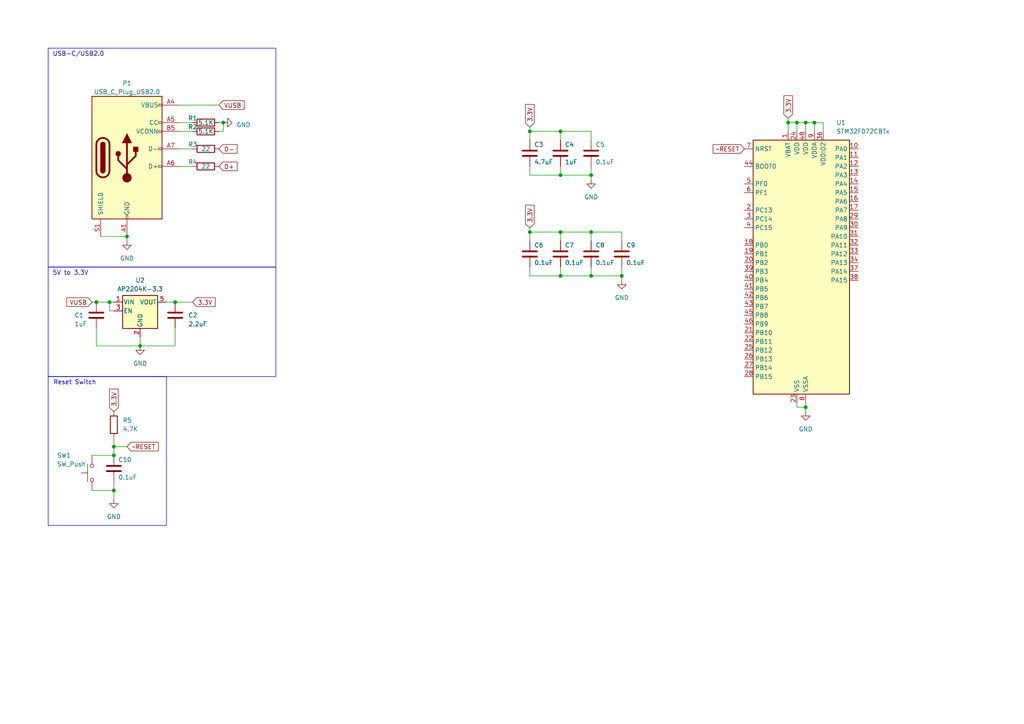
<source format=kicad_sch>
(kicad_sch (version 20230121) (generator eeschema)
  (paper "A4")
  (lib_symbols
    (symbol "Connector:USB_C_Plug_USB2.0" (pin_names (offset 1.016))
      (property "Reference" "P" (at -10.16 19.05 0))
      (property "Value" "USB_C_Plug_USB2.0" (at 12.7 19.05 0))
      (symbol "USB_C_Plug_USB2.0_0_0"
        (rectangle (start -0.254 -17.78) (end 0.254 -16.764))
        (rectangle (start 10.16 -2.286) (end 9.144 -2.794))
        (rectangle (start 10.16 2.794) (end 9.144 2.286))
        (rectangle (start 10.16 7.874) (end 9.144 7.366))
        (rectangle (start 10.16 10.414) (end 9.144 9.906))
        (rectangle (start 10.16 15.494) (end 9.144 14.986))
      )
      (symbol "USB_C_Plug_USB2.0_0_1"
        (rectangle (start -10.16 17.78) (end 10.16 -17.78) (stroke (width 0.254)) (fill (type background)))
        (arc (start -8.89 -3.81) (mid -6.985 -5.7067) (end -5.08 -3.81) (stroke (width 0.508)))
        (arc (start -7.62 -3.81) (mid -6.985 -4.4423) (end -6.35 -3.81) (stroke (width 0.254)))
        (arc (start -7.62 -3.81) (mid -6.985 -4.4423) (end -6.35 -3.81) (stroke (width 0.254)) (fill (type outline)))
        (rectangle (start -7.62 -3.81) (end -6.35 3.81) (stroke (width 0.254)) (fill (type outline)))
        (arc (start -6.35 3.81) (mid -6.985 4.4423) (end -7.62 3.81) (stroke (width 0.254)))
        (arc (start -6.35 3.81) (mid -6.985 4.4423) (end -7.62 3.81) (stroke (width 0.254)) (fill (type outline)))
        (arc (start -5.08 3.81) (mid -6.985 5.7067) (end -8.89 3.81) (stroke (width 0.508)))
        (circle (center -2.54 1.143) (radius 0.635) (stroke (width 0.254)) (fill (type outline)))
        (circle (center 0 -5.842) (radius 1.27) (fill (type outline)))
        (polyline (pts (xy -8.89 -3.81) (xy -8.89 3.81)) (stroke (width 0.508)))
        (polyline (pts (xy -5.08 3.81) (xy -5.08 -3.81)) (stroke (width 0.508)))
        (polyline (pts (xy 0 -5.842) (xy 0 4.318)) (stroke (width 0.508)))
        (polyline (pts (xy 0 -3.302) (xy -2.54 -0.762) (xy -2.54 0.508)) (stroke (width 0.508)))
        (polyline (pts (xy 0 -2.032) (xy 2.54 0.508) (xy 2.54 1.778)) (stroke (width 0.508)))
        (polyline (pts (xy -1.27 4.318) (xy 0 6.858) (xy 1.27 4.318) (xy -1.27 4.318)) (stroke (width 0.254)) (fill (type outline)))
        (rectangle (start 1.905 1.778) (end 3.175 3.048) (stroke (width 0.254)) (fill (type outline)))
      )
      (symbol "USB_C_Plug_USB2.0_1_1"
        (pin passive line (at 0 -22.86 90) (length 5.08) (name "GND") (number "A1"))
        (pin passive line (at 0 -22.86 90) (length 5.08) hide (name "GND") (number "A12"))
        (pin passive line (at 15.24 15.24 180) (length 5.08) (name "VBUS") (number "A4"))
        (pin bidirectional line (at 15.24 10.16 180) (length 5.08) (name "CC") (number "A5"))
        (pin bidirectional line (at 15.24 -2.54 180) (length 5.08) (name "D+") (number "A6"))
        (pin bidirectional line (at 15.24 2.54 180) (length 5.08) (name "D-") (number "A7"))
        (pin passive line (at 15.24 15.24 180) (length 5.08) hide (name "VBUS") (number "A9"))
        (pin passive line (at 0 -22.86 90) (length 5.08) hide (name "GND") (number "B1"))
        (pin passive line (at 0 -22.86 90) (length 5.08) hide (name "GND") (number "B12"))
        (pin passive line (at 15.24 15.24 180) (length 5.08) hide (name "VBUS") (number "B4"))
        (pin bidirectional line (at 15.24 7.62 180) (length 5.08) (name "VCONN") (number "B5"))
        (pin passive line (at 15.24 15.24 180) (length 5.08) hide (name "VBUS") (number "B9"))
        (pin passive line (at -7.62 -22.86 90) (length 5.08) (name "SHIELD") (number "S1"))
      )
    )
    (symbol "Device:C" (pin_numbers hide) (pin_names (offset 0.254))
      (property "Reference" "C" (at 0.635 2.54 0))
      (property "Value" "C" (at 0.635 -2.54 0))
      (symbol "C_0_1"
        (polyline (pts (xy -2.032 -0.762) (xy 2.032 -0.762)) (stroke (width 0.508)))
        (polyline (pts (xy -2.032 0.762) (xy 2.032 0.762)) (stroke (width 0.508)))
      )
      (symbol "C_1_1"
        (pin passive line (at 0 3.81 270) (length 2.794) (name "~") (number "1"))
        (pin passive line (at 0 -3.81 90) (length 2.794) (name "~") (number "2"))
      )
    )
    (symbol "Device:R" (pin_numbers hide) (pin_names (offset 0))
      (property "Reference" "R" (at 2.032 0 90))
      (property "Value" "R" (at 0 0 90))
      (symbol "R_0_1"
        (rectangle (start -1.016 -2.54) (end 1.016 2.54) (stroke (width 0.254)))
      )
      (symbol "R_1_1"
        (pin passive line (at 0 3.81 270) (length 1.27) (name "~") (number "1"))
        (pin passive line (at 0 -3.81 90) (length 1.27) (name "~") (number "2"))
      )
    )
    (symbol "MCU_ST_STM32F0:STM32F072CBTx"
      (property "Reference" "U" (at -12.7 39.37 0))
      (property "Value" "STM32F072CBTx" (at 10.16 39.37 0))
      (symbol "STM32F072CBTx_0_1"
        (rectangle (start -12.7 -35.56) (end 15.24 38.1) (stroke (width 0.254)) (fill (type background)))
      )
      (symbol "STM32F072CBTx_1_1"
        (pin power_in line (at -2.54 40.64 270) (length 2.54) (name "VBAT") (number "1"))
        (pin bidirectional line (at 17.78 35.56 180) (length 2.54) (name "PA0") (number "10"))
        (pin bidirectional line (at 17.78 33.02 180) (length 2.54) (name "PA1") (number "11"))
        (pin bidirectional line (at 17.78 30.48 180) (length 2.54) (name "PA2") (number "12"))
        (pin bidirectional line (at 17.78 27.94 180) (length 2.54) (name "PA3") (number "13"))
        (pin bidirectional line (at 17.78 25.4 180) (length 2.54) (name "PA4") (number "14"))
        (pin bidirectional line (at 17.78 22.86 180) (length 2.54) (name "PA5") (number "15"))
        (pin bidirectional line (at 17.78 20.32 180) (length 2.54) (name "PA6") (number "16"))
        (pin bidirectional line (at 17.78 17.78 180) (length 2.54) (name "PA7") (number "17"))
        (pin bidirectional line (at -15.24 7.62 0) (length 2.54) (name "PB0") (number "18"))
        (pin bidirectional line (at -15.24 5.08 0) (length 2.54) (name "PB1") (number "19"))
        (pin bidirectional line (at -15.24 17.78 0) (length 2.54) (name "PC13") (number "2"))
        (pin bidirectional line (at -15.24 2.54 0) (length 2.54) (name "PB2") (number "20"))
        (pin bidirectional line (at -15.24 -17.78 0) (length 2.54) (name "PB10") (number "21"))
        (pin bidirectional line (at -15.24 -20.32 0) (length 2.54) (name "PB11") (number "22"))
        (pin power_in line (at 0 -38.1 90) (length 2.54) (name "VSS") (number "23"))
        (pin power_in line (at 0 40.64 270) (length 2.54) (name "VDD") (number "24"))
        (pin bidirectional line (at -15.24 -22.86 0) (length 2.54) (name "PB12") (number "25"))
        (pin bidirectional line (at -15.24 -25.4 0) (length 2.54) (name "PB13") (number "26"))
        (pin bidirectional line (at -15.24 -27.94 0) (length 2.54) (name "PB14") (number "27"))
        (pin bidirectional line (at -15.24 -30.48 0) (length 2.54) (name "PB15") (number "28"))
        (pin bidirectional line (at 17.78 15.24 180) (length 2.54) (name "PA8") (number "29"))
        (pin bidirectional line (at -15.24 15.24 0) (length 2.54) (name "PC14") (number "3"))
        (pin bidirectional line (at 17.78 12.7 180) (length 2.54) (name "PA9") (number "30"))
        (pin bidirectional line (at 17.78 10.16 180) (length 2.54) (name "PA10") (number "31"))
        (pin bidirectional line (at 17.78 7.62 180) (length 2.54) (name "PA11") (number "32"))
        (pin bidirectional line (at 17.78 5.08 180) (length 2.54) (name "PA12") (number "33"))
        (pin bidirectional line (at 17.78 2.54 180) (length 2.54) (name "PA13") (number "34"))
        (pin passive line (at 0 -38.1 90) (length 2.54) hide (name "VSS") (number "35"))
        (pin power_in line (at 7.62 40.64 270) (length 2.54) (name "VDDIO2") (number "36"))
        (pin bidirectional line (at 17.78 0 180) (length 2.54) (name "PA14") (number "37"))
        (pin bidirectional line (at 17.78 -2.54 180) (length 2.54) (name "PA15") (number "38"))
        (pin bidirectional line (at -15.24 0 0) (length 2.54) (name "PB3") (number "39"))
        (pin bidirectional line (at -15.24 12.7 0) (length 2.54) (name "PC15") (number "4"))
        (pin bidirectional line (at -15.24 -2.54 0) (length 2.54) (name "PB4") (number "40"))
        (pin bidirectional line (at -15.24 -5.08 0) (length 2.54) (name "PB5") (number "41"))
        (pin bidirectional line (at -15.24 -7.62 0) (length 2.54) (name "PB6") (number "42"))
        (pin bidirectional line (at -15.24 -10.16 0) (length 2.54) (name "PB7") (number "43"))
        (pin input line (at -15.24 30.48 0) (length 2.54) (name "BOOT0") (number "44"))
        (pin bidirectional line (at -15.24 -12.7 0) (length 2.54) (name "PB8") (number "45"))
        (pin bidirectional line (at -15.24 -15.24 0) (length 2.54) (name "PB9") (number "46"))
        (pin passive line (at 0 -38.1 90) (length 2.54) hide (name "VSS") (number "47"))
        (pin power_in line (at 2.54 40.64 270) (length 2.54) (name "VDD") (number "48"))
        (pin bidirectional line (at -15.24 25.4 0) (length 2.54) (name "PF0") (number "5"))
        (pin bidirectional line (at -15.24 22.86 0) (length 2.54) (name "PF1") (number "6"))
        (pin input line (at -15.24 35.56 0) (length 2.54) (name "NRST") (number "7"))
        (pin power_in line (at 2.54 -38.1 90) (length 2.54) (name "VSSA") (number "8"))
        (pin power_in line (at 5.08 40.64 270) (length 2.54) (name "VDDA") (number "9"))
      )
    )
    (symbol "Regulator_Linear:AP2204K-3.3" (pin_names (offset 0.254))
      (property "Reference" "U" (at -5.08 5.715 0))
      (property "Value" "AP2204K-3.3" (at 0 5.715 0))
      (symbol "AP2204K-3.3_0_1"
        (rectangle (start -5.08 4.445) (end 5.08 -5.08) (stroke (width 0.254)) (fill (type background)))
      )
      (symbol "AP2204K-3.3_1_1"
        (pin power_in line (at -7.62 2.54 0) (length 2.54) (name "VIN") (number "1"))
        (pin power_in line (at 0 -7.62 90) (length 2.54) (name "GND") (number "2"))
        (pin input line (at -7.62 0 0) (length 2.54) (name "EN") (number "3"))
        (pin no_connect line (at 5.08 0 180) (length 2.54) hide (name "NC") (number "4"))
        (pin power_out line (at 7.62 2.54 180) (length 2.54) (name "VOUT") (number "5"))
      )
    )
    (symbol "Switch:SW_Push" (pin_numbers hide) (pin_names (offset 1.016) hide)
      (property "Reference" "SW" (at 1.27 2.54 0))
      (property "Value" "SW_Push" (at 0 -1.524 0))
      (symbol "SW_Push_0_1"
        (circle (center -2.032 0) (radius 0.508))
        (polyline (pts (xy 0 1.27) (xy 0 3.048)))
        (polyline (pts (xy 2.54 1.27) (xy -2.54 1.27)))
        (circle (center 2.032 0) (radius 0.508))
        (pin passive line (at -5.08 0 0) (length 2.54) (name "1") (number "1"))
        (pin passive line (at 5.08 0 180) (length 2.54) (name "2") (number "2"))
      )
    )
    (symbol "power:GND" (power) (pin_names (offset 0))
      (property "Value" "GND" (at 0 -3.81 0))
      (symbol "GND_0_1"
        (polyline (pts (xy 0 0) (xy 0 -1.27) (xy 1.27 -1.27) (xy 0 -2.54) (xy -1.27 -1.27) (xy 0 -1.27)))
      )
      (symbol "GND_1_1"
        (pin power_in line (at 0 0 270) (length 0) hide (name "GND") (number "1"))
      )
    )
  )
  (junction (at 33.02 142.24))
  (junction (at 233.68 35.56))
  (junction (at 27.94 87.63))
  (junction (at 236.22 35.56))
  (junction (at 228.6 35.56))
  (junction (at 162.56 50.8))
  (junction (at 36.83 68.58))
  (junction (at 153.67 67.31))
  (junction (at 153.67 38.1))
  (junction (at 231.14 35.56))
  (junction (at 162.56 67.31))
  (junction (at 33.02 129.54))
  (junction (at 50.8 87.63))
  (junction (at 64.77 35.56))
  (junction (at 40.64 100.33))
  (junction (at 171.45 80.01))
  (junction (at 31.75 87.63))
  (junction (at 233.68 118.11))
  (junction (at 180.34 80.01))
  (junction (at 171.45 50.8))
  (junction (at 162.56 38.1))
  (junction (at 33.02 132.08))
  (junction (at 162.56 80.01))
  (junction (at 171.45 67.31))
  (wire (pts (xy 233.68 35.56) (xy 236.22 35.56)))
  (wire (pts (xy 171.45 80.01) (xy 180.34 80.01)))
  (wire (pts (xy 36.83 68.58) (xy 36.83 69.85)))
  (wire (pts (xy 31.75 90.17) (xy 31.75 87.63)))
  (wire (pts (xy 55.88 48.26) (xy 52.07 48.26)))
  (wire (pts (xy 31.75 87.63) (xy 33.02 87.63)))
  (wire (pts (xy 55.88 43.18) (xy 52.07 43.18)))
  (wire (pts (xy 171.45 50.8) (xy 171.45 52.07)))
  (wire (pts (xy 153.67 67.31) (xy 153.67 69.85)))
  (wire (pts (xy 40.64 100.33) (xy 40.64 97.79)))
  (wire (pts (xy 40.64 100.33) (xy 50.8 100.33)))
  (wire (pts (xy 180.34 77.47) (xy 180.34 80.01)))
  (wire (pts (xy 180.34 80.01) (xy 180.34 81.28)))
  (wire (pts (xy 153.67 77.47) (xy 153.67 80.01)))
  (wire (pts (xy 64.77 35.56) (xy 63.5 35.56)))
  (wire (pts (xy 153.67 66.04) (xy 153.67 67.31)))
  (wire (pts (xy 162.56 69.85) (xy 162.56 67.31)))
  (wire (pts (xy 162.56 40.64) (xy 162.56 38.1)))
  (wire (pts (xy 236.22 35.56) (xy 236.22 38.1)))
  (wire (pts (xy 26.67 132.08) (xy 33.02 132.08)))
  (wire (pts (xy 29.21 68.58) (xy 36.83 68.58)))
  (wire (pts (xy 233.68 116.84) (xy 233.68 118.11)))
  (wire (pts (xy 153.67 36.83) (xy 153.67 38.1)))
  (wire (pts (xy 63.5 38.1) (xy 64.77 38.1)))
  (wire (pts (xy 26.67 142.24) (xy 33.02 142.24)))
  (wire (pts (xy 64.77 38.1) (xy 64.77 35.56)))
  (wire (pts (xy 233.68 35.56) (xy 233.68 38.1)))
  (wire (pts (xy 33.02 90.17) (xy 31.75 90.17)))
  (wire (pts (xy 55.88 35.56) (xy 52.07 35.56)))
  (wire (pts (xy 162.56 38.1) (xy 171.45 38.1)))
  (wire (pts (xy 162.56 50.8) (xy 171.45 50.8)))
  (wire (pts (xy 26.67 87.63) (xy 27.94 87.63)))
  (wire (pts (xy 55.88 38.1) (xy 52.07 38.1)))
  (wire (pts (xy 50.8 87.63) (xy 55.88 87.63)))
  (wire (pts (xy 50.8 100.33) (xy 50.8 95.25)))
  (wire (pts (xy 171.45 48.26) (xy 171.45 50.8)))
  (wire (pts (xy 231.14 118.11) (xy 233.68 118.11)))
  (wire (pts (xy 27.94 100.33) (xy 27.94 95.25)))
  (wire (pts (xy 231.14 116.84) (xy 231.14 118.11)))
  (wire (pts (xy 48.26 87.63) (xy 50.8 87.63)))
  (wire (pts (xy 171.45 77.47) (xy 171.45 80.01)))
  (wire (pts (xy 180.34 69.85) (xy 180.34 67.31)))
  (wire (pts (xy 33.02 142.24) (xy 33.02 144.78)))
  (wire (pts (xy 153.67 48.26) (xy 153.67 50.8)))
  (wire (pts (xy 162.56 80.01) (xy 162.56 77.47)))
  (wire (pts (xy 162.56 38.1) (xy 153.67 38.1)))
  (wire (pts (xy 162.56 67.31) (xy 171.45 67.31)))
  (wire (pts (xy 40.64 100.33) (xy 27.94 100.33)))
  (wire (pts (xy 231.14 35.56) (xy 233.68 35.56)))
  (wire (pts (xy 63.5 30.48) (xy 52.07 30.48)))
  (wire (pts (xy 238.76 35.56) (xy 238.76 38.1)))
  (wire (pts (xy 171.45 69.85) (xy 171.45 67.31)))
  (wire (pts (xy 228.6 34.29) (xy 228.6 35.56)))
  (wire (pts (xy 231.14 38.1) (xy 231.14 35.56)))
  (wire (pts (xy 231.14 35.56) (xy 228.6 35.56)))
  (wire (pts (xy 33.02 139.7) (xy 33.02 142.24)))
  (wire (pts (xy 33.02 129.54) (xy 33.02 132.08)))
  (wire (pts (xy 162.56 80.01) (xy 171.45 80.01)))
  (wire (pts (xy 153.67 80.01) (xy 162.56 80.01)))
  (wire (pts (xy 153.67 38.1) (xy 153.67 40.64)))
  (wire (pts (xy 153.67 50.8) (xy 162.56 50.8)))
  (wire (pts (xy 236.22 35.56) (xy 238.76 35.56)))
  (wire (pts (xy 33.02 127) (xy 33.02 129.54)))
  (wire (pts (xy 233.68 118.11) (xy 233.68 119.38)))
  (wire (pts (xy 36.83 129.54) (xy 33.02 129.54)))
  (wire (pts (xy 162.56 67.31) (xy 153.67 67.31)))
  (wire (pts (xy 27.94 87.63) (xy 31.75 87.63)))
  (wire (pts (xy 171.45 67.31) (xy 180.34 67.31)))
  (wire (pts (xy 162.56 50.8) (xy 162.56 48.26)))
  (wire (pts (xy 171.45 40.64) (xy 171.45 38.1)))
  (wire (pts (xy 228.6 35.56) (xy 228.6 38.1)))
  (rectangle (start 13.97 13.97) (end 80.01 77.47))
  (rectangle (start 13.97 77.47) (end 80.01 109.22))
  (rectangle (start 13.97 109.22) (end 48.26 152.4))
  (text "5V to 3.3V" (at 15.24 80.01 0) (effects (font (size 1.27 1.27)) (justify left bottom)))
  (text "USB-C/USB2.0" (at 15.24 16.51 0) (effects (font (size 1.27 1.27)) (justify left bottom)))
  (text "Reset Switch" (at 27.94 111.76 0) (effects (font (size 1.27 1.27)) (justify right bottom)))
  (global_label "VUSB" (shape input) (at 26.67 87.63 180) (property "Intersheetrefs" "${INTERSHEET_REFS}" (effects hide)))
  (global_label "~RESET" (shape input) (at 36.83 129.54 0) (property "Intersheetrefs" "${INTERSHEET_REFS}" (effects hide)))
  (global_label "3.3V" (shape input) (at 55.88 87.63 0) (property "Intersheetrefs" "${INTERSHEET_REFS}" (effects hide)))
  (global_label "3.3V" (shape input) (at 153.67 36.83 90) (property "Intersheetrefs" "${INTERSHEET_REFS}" (effects hide)))
  (global_label "~RESET" (shape input) (at 215.9 43.18 180) (property "Intersheetrefs" "${INTERSHEET_REFS}" (effects hide)))
  (global_label "3.3V" (shape input) (at 228.6 34.29 90) (property "Intersheetrefs" "${INTERSHEET_REFS}" (effects hide)))
  (global_label "D-" (shape input) (at 63.5 43.18 0) (property "Intersheetrefs" "${INTERSHEET_REFS}" (effects hide)))
  (global_label "D+" (shape input) (at 63.5 48.26 0) (property "Intersheetrefs" "${INTERSHEET_REFS}" (effects hide)))
  (global_label "3.3V" (shape input) (at 153.67 66.04 90) (property "Intersheetrefs" "${INTERSHEET_REFS}" (effects hide)))
  (global_label "VUSB" (shape input) (at 63.5 30.48 0) (property "Intersheetrefs" "${INTERSHEET_REFS}" (effects hide)))
  (global_label "3.3V" (shape input) (at 33.02 119.38 90) (property "Intersheetrefs" "${INTERSHEET_REFS}" (effects hide)))
  (symbol (lib_id "power:GND") (at 33.02 144.78 0) (unit 1)
    (property "Reference" "#PWR07" (effects hide))
    (property "Value" "GND" (at 33.02 149.86 0))
  )
  (symbol (lib_id "Device:C") (at 180.34 73.66 0) (unit 1)
    (property "Reference" "C9" (at 181.61 71.12 0) (effects (justify left)))
    (property "Value" "0.1uF" (at 181.61 76.2 0) (effects (justify left)))
  )
  (symbol (lib_id "Connector:USB_C_Plug_USB2.0") (at 36.83 45.72 0) (unit 1)
    (property "Reference" "P1" (at 36.83 24.13 0))
    (property "Value" "USB_C_Plug_USB2.0" (at 36.83 26.67 0))
    (property "Datasheet" "https://www.usb.org/sites/default/files/documents/usb_type-c.zip" (effects hide))
  )
  (symbol (lib_id "Device:R") (at 33.02 123.19 0) (unit 1)
    (property "Reference" "R5" (at 35.56 121.92 0) (effects (justify left)))
    (property "Value" "4.7K" (at 35.56 124.46 0) (effects (justify left)))
  )
  (symbol (lib_id "MCU_ST_STM32F0:STM32F072CBTx") (at 231.14 78.74 0) (unit 1)
    (property "Reference" "U1" (at 242.57 35.56 0) (effects (justify left)))
    (property "Value" "STM32F072CBTx" (at 242.57 38.1 0) (effects (justify left)))
    (property "Footprint" "Package_QFP:LQFP-48_7x7mm_P0.5mm" (effects hide))
    (property "Datasheet" "https://www.st.com/resource/en/datasheet/stm32f072cb.pdf" (effects hide))
  )
  (symbol (lib_id "Device:C") (at 171.45 44.45 0) (unit 1)
    (property "Reference" "C5" (at 172.72 41.91 0) (effects (justify left)))
    (property "Value" "0.1uF" (at 172.72 46.99 0) (effects (justify left)))
  )
  (symbol (lib_id "Device:C") (at 50.8 91.44 0) (unit 1)
    (property "Reference" "C2" (at 54.61 91.44 0) (effects (justify left)))
    (property "Value" "2.2uF" (at 54.61 93.98 0) (effects (justify left)))
  )
  (symbol (lib_id "Device:R") (at 59.69 48.26 90) (unit 1)
    (property "Reference" "R4" (at 55.88 46.99 90))
    (property "Value" "22" (at 59.69 48.26 90))
  )
  (symbol (lib_id "power:GND") (at 171.45 52.07 0) (unit 1)
    (property "Reference" "#PWR04" (effects hide))
    (property "Value" "GND" (at 171.45 57.15 0))
  )
  (symbol (lib_id "Device:C") (at 171.45 73.66 0) (unit 1)
    (property "Reference" "C8" (at 172.72 71.12 0) (effects (justify left)))
    (property "Value" "0.1uF" (at 172.72 76.2 0) (effects (justify left)))
  )
  (symbol (lib_id "power:GND") (at 233.68 119.38 0) (unit 1)
    (property "Reference" "#PWR05" (effects hide))
    (property "Value" "GND" (at 233.68 124.46 0))
  )
  (symbol (lib_id "Device:C") (at 162.56 44.45 0) (unit 1)
    (property "Reference" "C4" (at 163.83 41.91 0) (effects (justify left)))
    (property "Value" "1uF" (at 163.83 46.99 0) (effects (justify left)))
  )
  (symbol (lib_id "Device:C") (at 153.67 73.66 0) (unit 1)
    (property "Reference" "C6" (at 154.94 71.12 0) (effects (justify left)))
    (property "Value" "0.1uF" (at 154.94 76.2 0) (effects (justify left)))
  )
  (symbol (lib_id "Switch:SW_Push") (at 26.67 137.16 90) (unit 1)
    (property "Reference" "SW1" (at 16.51 132.08 90) (effects (justify right)))
    (property "Value" "SW_Push" (at 16.51 134.62 90) (effects (justify right)))
  )
  (symbol (lib_id "Device:C") (at 162.56 73.66 0) (unit 1)
    (property "Reference" "C7" (at 163.83 71.12 0) (effects (justify left)))
    (property "Value" "0.1uF" (at 163.83 76.2 0) (effects (justify left)))
  )
  (symbol (lib_id "Device:C") (at 33.02 135.89 0) (unit 1)
    (property "Reference" "C10" (at 34.29 133.35 0) (effects (justify left)))
    (property "Value" "0.1uF" (at 34.29 138.43 0) (effects (justify left)))
  )
  (symbol (lib_id "power:GND") (at 64.77 35.56 90) (unit 1)
    (property "Reference" "#PWR03" (effects hide))
    (property "Value" "GND" (at 68.58 36.195 90) (effects (justify right)))
  )
  (symbol (lib_id "Device:R") (at 59.69 43.18 90) (unit 1)
    (property "Reference" "R3" (at 55.88 41.91 90))
    (property "Value" "22" (at 59.69 43.18 90))
  )
  (symbol (lib_id "Device:C") (at 153.67 44.45 0) (unit 1)
    (property "Reference" "C3" (at 154.94 41.91 0) (effects (justify left)))
    (property "Value" "4.7uF" (at 154.94 46.99 0) (effects (justify left)))
  )
  (symbol (lib_id "power:GND") (at 180.34 81.28 0) (unit 1)
    (property "Reference" "#PWR06" (effects hide))
    (property "Value" "GND" (at 180.34 86.36 0))
  )
  (symbol (lib_id "Device:C") (at 27.94 91.44 0) (unit 1)
    (property "Reference" "C1" (at 21.59 91.44 0) (effects (justify left)))
    (property "Value" "1uF" (at 21.59 93.98 0) (effects (justify left)))
  )
  (symbol (lib_id "Regulator_Linear:AP2204K-3.3") (at 40.64 90.17 0) (unit 1)
    (property "Reference" "U2" (at 40.64 81.28 0))
    (property "Value" "AP2204K-3.3" (at 40.64 83.82 0))
    (property "Footprint" "Package_TO_SOT_SMD:SOT-23-5" (effects hide))
    (property "Datasheet" "https://www.diodes.com/assets/Datasheets/AP2204.pdf" (effects hide))
  )
  (symbol (lib_id "Device:R") (at 59.69 35.56 90) (unit 1)
    (property "Reference" "R1" (at 55.88 34.29 90))
    (property "Value" "5.1K" (at 59.69 35.56 90))
  )
  (symbol (lib_id "power:GND") (at 36.83 69.85 0) (unit 1)
    (property "Reference" "#PWR02" (effects hide))
    (property "Value" "GND" (at 36.83 74.93 0))
  )
  (symbol (lib_id "Device:R") (at 59.69 38.1 90) (unit 1)
    (property "Reference" "R2" (at 55.88 36.83 90))
    (property "Value" "5.1K" (at 59.69 38.1 90))
  )
  (symbol (lib_id "power:GND") (at 40.64 100.33 0) (unit 1)
    (property "Reference" "#PWR01" (effects hide))
    (property "Value" "GND" (at 40.64 105.41 0))
  )
)
</source>
